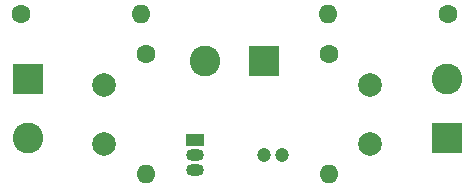
<source format=gbr>
%TF.GenerationSoftware,KiCad,Pcbnew,7.0.9*%
%TF.CreationDate,2024-05-08T14:26:35+02:00*%
%TF.ProjectId,Amplificador de baja se_al,416d706c-6966-4696-9361-646f72206465,rev?*%
%TF.SameCoordinates,Original*%
%TF.FileFunction,Copper,L1,Top*%
%TF.FilePolarity,Positive*%
%FSLAX46Y46*%
G04 Gerber Fmt 4.6, Leading zero omitted, Abs format (unit mm)*
G04 Created by KiCad (PCBNEW 7.0.9) date 2024-05-08 14:26:35*
%MOMM*%
%LPD*%
G01*
G04 APERTURE LIST*
%TA.AperFunction,ComponentPad*%
%ADD10C,1.200000*%
%TD*%
%TA.AperFunction,ComponentPad*%
%ADD11R,2.600000X2.600000*%
%TD*%
%TA.AperFunction,ComponentPad*%
%ADD12C,2.600000*%
%TD*%
%TA.AperFunction,ComponentPad*%
%ADD13C,2.000000*%
%TD*%
%TA.AperFunction,ComponentPad*%
%ADD14C,1.600000*%
%TD*%
%TA.AperFunction,ComponentPad*%
%ADD15O,1.600000X1.600000*%
%TD*%
%TA.AperFunction,ComponentPad*%
%ADD16O,1.500000X1.050000*%
%TD*%
%TA.AperFunction,ComponentPad*%
%ADD17R,1.500000X1.050000*%
%TD*%
G04 APERTURE END LIST*
D10*
%TO.P,C3,1*%
%TO.N,Net-(TR1-E)*%
X128500000Y-82500000D03*
%TO.P,C3,2*%
%TO.N,GND*%
X130000000Y-82500000D03*
%TD*%
D11*
%TO.P,J2,1,Pin_1*%
%TO.N,GND*%
X128500000Y-74500000D03*
D12*
%TO.P,J2,2,Pin_2*%
%TO.N,VCC*%
X123500000Y-74500000D03*
%TD*%
D11*
%TO.P,J1,1,Pin_1*%
%TO.N,GND*%
X108500000Y-76000000D03*
D12*
%TO.P,J1,2,Pin_2*%
%TO.N,Net-(J1-Pin_2)*%
X108500000Y-81000000D03*
%TD*%
D11*
%TO.P,J3,1,Pin_1*%
%TO.N,Net-(J3-Pin_1)*%
X144000000Y-81000000D03*
D12*
%TO.P,J3,2,Pin_2*%
%TO.N,GND*%
X144000000Y-76000000D03*
%TD*%
D13*
%TO.P,C1,1*%
%TO.N,Net-(TR1-B)*%
X115000000Y-76500000D03*
%TO.P,C1,2*%
%TO.N,Net-(J1-Pin_2)*%
X115000000Y-81500000D03*
%TD*%
D14*
%TO.P,R4,1*%
%TO.N,Net-(TR1-E)*%
X134000000Y-73920000D03*
D15*
%TO.P,R4,2*%
%TO.N,GND*%
X134000000Y-84080000D03*
%TD*%
%TO.P,R1,2*%
%TO.N,Net-(TR1-B)*%
X118080000Y-70500000D03*
D14*
%TO.P,R1,1*%
%TO.N,VCC*%
X107920000Y-70500000D03*
%TD*%
D16*
%TO.P,TR1,3,E*%
%TO.N,Net-(TR1-E)*%
X122640000Y-83770000D03*
%TO.P,TR1,2,B*%
%TO.N,Net-(TR1-B)*%
X122640000Y-82500000D03*
D17*
%TO.P,TR1,1,C*%
%TO.N,Net-(TR1-C)*%
X122640000Y-81230000D03*
%TD*%
D14*
%TO.P,R3,1*%
%TO.N,VCC*%
X144080000Y-70500000D03*
D15*
%TO.P,R3,2*%
%TO.N,Net-(TR1-C)*%
X133920000Y-70500000D03*
%TD*%
%TO.P,R2,2*%
%TO.N,GND*%
X118500000Y-84080000D03*
D14*
%TO.P,R2,1*%
%TO.N,Net-(TR1-B)*%
X118500000Y-73920000D03*
%TD*%
D13*
%TO.P,C2,1*%
%TO.N,Net-(J3-Pin_1)*%
X137500000Y-81500000D03*
%TO.P,C2,2*%
%TO.N,Net-(TR1-C)*%
X137500000Y-76500000D03*
%TD*%
M02*

</source>
